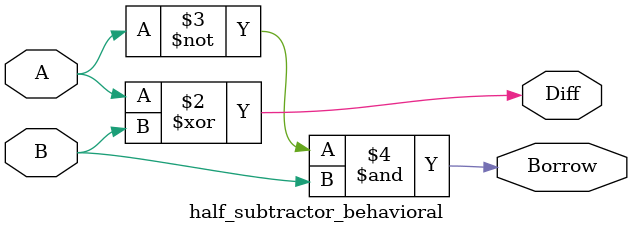
<source format=v>
module half_subtractor_behavioral(input A, input B, output reg Diff, output reg Borrow);
    always @ (A or B) begin
        Diff = A ^ B;
        Borrow = (~A) & B;
    end
endmodule

</source>
